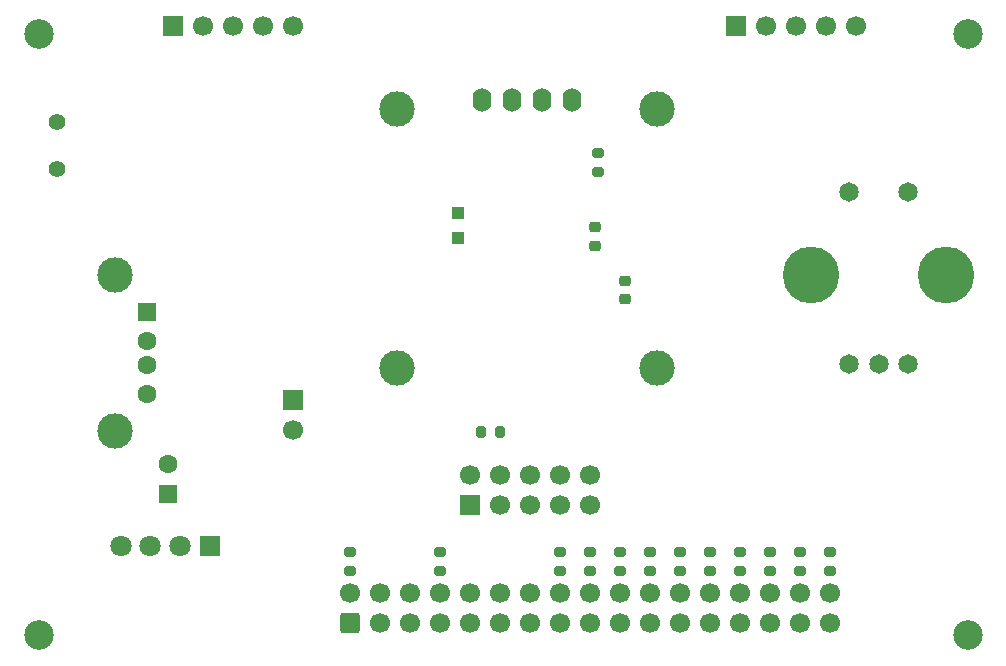
<source format=gbs>
G04 #@! TF.GenerationSoftware,KiCad,Pcbnew,9.0.7*
G04 #@! TF.CreationDate,2026-02-15T20:38:08+11:00*
G04 #@! TF.ProjectId,AmigaUSBFloppy,416d6967-6155-4534-9246-6c6f7070792e,rev?*
G04 #@! TF.SameCoordinates,Original*
G04 #@! TF.FileFunction,Soldermask,Bot*
G04 #@! TF.FilePolarity,Negative*
%FSLAX46Y46*%
G04 Gerber Fmt 4.6, Leading zero omitted, Abs format (unit mm)*
G04 Created by KiCad (PCBNEW 9.0.7) date 2026-02-15 20:38:08*
%MOMM*%
%LPD*%
G01*
G04 APERTURE LIST*
G04 Aperture macros list*
%AMRoundRect*
0 Rectangle with rounded corners*
0 $1 Rounding radius*
0 $2 $3 $4 $5 $6 $7 $8 $9 X,Y pos of 4 corners*
0 Add a 4 corners polygon primitive as box body*
4,1,4,$2,$3,$4,$5,$6,$7,$8,$9,$2,$3,0*
0 Add four circle primitives for the rounded corners*
1,1,$1+$1,$2,$3*
1,1,$1+$1,$4,$5*
1,1,$1+$1,$6,$7*
1,1,$1+$1,$8,$9*
0 Add four rect primitives between the rounded corners*
20,1,$1+$1,$2,$3,$4,$5,0*
20,1,$1+$1,$4,$5,$6,$7,0*
20,1,$1+$1,$6,$7,$8,$9,0*
20,1,$1+$1,$8,$9,$2,$3,0*%
G04 Aperture macros list end*
%ADD10R,1.700000X1.700000*%
%ADD11C,1.700000*%
%ADD12RoundRect,0.250000X0.600000X-0.600000X0.600000X0.600000X-0.600000X0.600000X-0.600000X-0.600000X0*%
%ADD13R,1.800000X1.800000*%
%ADD14C,1.800000*%
%ADD15R,1.500000X1.600000*%
%ADD16C,1.600000*%
%ADD17C,3.000000*%
%ADD18O,1.600000X2.000000*%
%ADD19C,4.800000*%
%ADD20C,1.650000*%
%ADD21RoundRect,0.250000X0.550000X-0.550000X0.550000X0.550000X-0.550000X0.550000X-0.550000X-0.550000X0*%
%ADD22C,2.500000*%
%ADD23C,1.400000*%
%ADD24RoundRect,0.200000X-0.275000X0.200000X-0.275000X-0.200000X0.275000X-0.200000X0.275000X0.200000X0*%
%ADD25R,1.000000X1.000000*%
%ADD26RoundRect,0.225000X-0.250000X0.225000X-0.250000X-0.225000X0.250000X-0.225000X0.250000X0.225000X0*%
%ADD27RoundRect,0.200000X-0.200000X-0.275000X0.200000X-0.275000X0.200000X0.275000X-0.200000X0.275000X0*%
G04 APERTURE END LIST*
D10*
X122600000Y-59137500D03*
D11*
X125140000Y-59137500D03*
X127680000Y-59137500D03*
X130220000Y-59137500D03*
X132760000Y-59137500D03*
D12*
X137630000Y-109687500D03*
D11*
X137630000Y-107147500D03*
X140170000Y-109687500D03*
X140170000Y-107147500D03*
X142710000Y-109687500D03*
X142710000Y-107147500D03*
X145250000Y-109687500D03*
X145250000Y-107147500D03*
X147790000Y-109687500D03*
X147790000Y-107147500D03*
X150330000Y-109687500D03*
X150330000Y-107147500D03*
X152870000Y-109687500D03*
X152870000Y-107147500D03*
X155410000Y-109687500D03*
X155410000Y-107147500D03*
X157950000Y-109687500D03*
X157950000Y-107147500D03*
X160490000Y-109687500D03*
X160490000Y-107147500D03*
X163030000Y-109687500D03*
X163030000Y-107147500D03*
X165570000Y-109687500D03*
X165570000Y-107147500D03*
X168110000Y-109687500D03*
X168110000Y-107147500D03*
X170650000Y-109687500D03*
X170650000Y-107147500D03*
X173190000Y-109687500D03*
X173190000Y-107147500D03*
X175730000Y-109687500D03*
X175730000Y-107147500D03*
X178270000Y-109687500D03*
X178270000Y-107147500D03*
D13*
X125700000Y-103137500D03*
D14*
X123200000Y-103137500D03*
X120700000Y-103137500D03*
X118200000Y-103137500D03*
D15*
X120410000Y-83337500D03*
D16*
X120410000Y-85837500D03*
X120410000Y-87837500D03*
X120410000Y-90337500D03*
D17*
X117700000Y-80267500D03*
X117700000Y-93407500D03*
D10*
X132760000Y-90787500D03*
D11*
X132760000Y-93327500D03*
D17*
X141600000Y-66187500D03*
X141600000Y-88087500D03*
X163600000Y-66187500D03*
X163600000Y-88087500D03*
D18*
X148790000Y-65387500D03*
X151330000Y-65387500D03*
X153870000Y-65387500D03*
X156410000Y-65387500D03*
D19*
X176650000Y-80237500D03*
X188050000Y-80237500D03*
D20*
X179850000Y-73237500D03*
X184850000Y-73237500D03*
X179850000Y-87737500D03*
X184850000Y-87737500D03*
X182350000Y-87737500D03*
D21*
X122200000Y-98737500D03*
D16*
X122200000Y-96237500D03*
D22*
X111240000Y-110737500D03*
D23*
X112800000Y-71287500D03*
X112800000Y-67287500D03*
D22*
X189900000Y-110737500D03*
X111240000Y-59837500D03*
X189900000Y-59837500D03*
D10*
X147790000Y-99659735D03*
D11*
X147790000Y-97119735D03*
X150330000Y-99659735D03*
X150330000Y-97119735D03*
X152870000Y-99659735D03*
X152870000Y-97119735D03*
X155410000Y-99659735D03*
X155410000Y-97119735D03*
X157950000Y-99659735D03*
X157950000Y-97119735D03*
D10*
X170310000Y-59137500D03*
D11*
X172850000Y-59137500D03*
X175390000Y-59137500D03*
X177930000Y-59137500D03*
X180470000Y-59137500D03*
D24*
X170650000Y-103637500D03*
X170650000Y-105287500D03*
D25*
X146775000Y-75012500D03*
D24*
X137630000Y-103637500D03*
X137630000Y-105287500D03*
X163030000Y-103637500D03*
X163030000Y-105287500D03*
X173190000Y-103637500D03*
X173190000Y-105287500D03*
D26*
X160900000Y-80737499D03*
X160900000Y-82287499D03*
D24*
X165570000Y-103637500D03*
X165570000Y-105287500D03*
X168110000Y-103637500D03*
X168110000Y-105287500D03*
X160450000Y-103637500D03*
X160450000Y-105287500D03*
D27*
X148680000Y-93487500D03*
X150330000Y-93487500D03*
D24*
X158600000Y-69887500D03*
X158600000Y-71537500D03*
D25*
X146775000Y-77062500D03*
D24*
X157950000Y-103637500D03*
X157950000Y-105287500D03*
X175730000Y-103637500D03*
X175730000Y-105287500D03*
X155410000Y-103637500D03*
X155410000Y-105287500D03*
X178270000Y-103637500D03*
X178270000Y-105287500D03*
D26*
X158375000Y-76187500D03*
X158375000Y-77737500D03*
D24*
X145250000Y-103637500D03*
X145250000Y-105287500D03*
M02*

</source>
